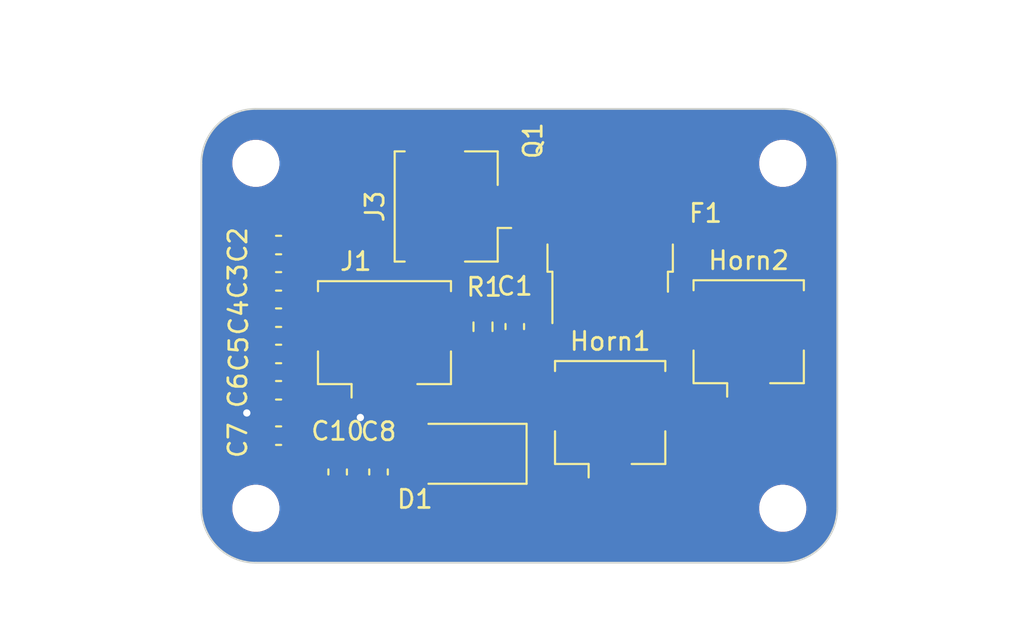
<source format=kicad_pcb>
(kicad_pcb (version 20240108) (generator "pcbnew") (generator_version "8.0")
  (title_block (title "OnboardingHornsBoard") (date "2025-09-18") (rev "1.0"))
  (layers (0 "F.Cu" signal) (31 "B.Cu" signal) (34 "B.Paste" user) (35 "F.Paste" user) (36 "B.SilkS" user "B.Silkscreen") (37 "F.SilkS" user "F.Silkscreen") (38 "B.Mask" user) (39 "F.Mask" user) (44 "Edge.Cuts" user))
  (net 0 "")
  (net 1 "Net-(J3-Pin_2)")
  (net 2 "GND")
  (net 3 "+24V")
  (net 4 "Net-(D1-K)")
  (net 5 "Net-(Horn2-Pin_2)")
  (net 6 "Net-(Q1-S)")
  (net 7 "Net-(Horn1-Pin_2)")
  (net 8 "/Horn Control")
  (footprint "Connector_Molex:Molex_CLIK-Mate_502382-0270_1x02-1MP_P1.25mm_Vertical" (layer "F.Cu") (at 145.25 78.875 90)
    (property "Reference" "J3" (at 0 -4.7 90) (layer "F.SilkS"))
    (property "Value" "Conn_01x02")
    (fp_line (start 3.035 -3.61) (end 3.035 -3.06) (stroke (width 0.12)) (layer "F.SilkS"))
    (fp_line (start -3.035 -3.61) (end 3.035 -3.61) (stroke (width 0.12)) (layer "F.SilkS"))
    (fp_line (start -3.035 -3.06) (end -3.035 -3.61) (stroke (width 0.12)) (layer "F.SilkS"))
    (fp_line (start 3.035 0.26) (end 3.035 2.06) (stroke (width 0.12)) (layer "F.SilkS"))
    (fp_line (start -3.035 0.26) (end -3.035 2.06) (stroke (width 0.12)) (layer "F.SilkS"))
    (fp_line (start 3.035 2.06) (end 1.185 2.06) (stroke (width 0.12)) (layer "F.SilkS"))
    (fp_line (start -1.185 2.06) (end -1.185 2.8) (stroke (width 0.12)) (layer "F.SilkS"))
    (fp_line (start -3.035 2.06) (end -1.185 2.06) (stroke (width 0.12)) (layer "F.SilkS"))
    (pad "1" smd roundrect (at -0.625 1.95 90) (size 0.6 1.7) (layers "F.Cu" "F.Paste" "F.Mask") (net 8 "/Horn Control"))
    (pad "2" smd roundrect (at 0.625 1.95 90) (size 0.6 1.7) (layers "F.Cu" "F.Paste" "F.Mask") (net 1 "Net-(J3-Pin_2)"))
    (pad "MP" smd roundrect (at -2.475 -1.4 90) (size 1 2.8) (layers "F.Cu" "F.Paste" "F.Mask"))
    (pad "MP" smd roundrect (at 2.475 -1.4 90) (size 1 2.8) (layers "F.Cu" "F.Paste" "F.Mask"))
  )
  (footprint "MountingHole:MountingHole_2.1mm" (layer "F.Cu") (at 163 95.5)
    (property "Reference" "REF**" (hide yes))
    (property "Value" "MountingHole_2.1mm")
    (pad "" np_thru_hole circle (at 0 0) (size 2.1 2.1) (drill 2.1) (layers "*.Cu" "*.Mask"))
  )
  (footprint "MountingHole:MountingHole_2.1mm" (layer "F.Cu") (at 134 95.5)
    (property "Reference" "REF**" (hide yes))
    (property "Value" "MountingHole_2.1mm")
    (pad "" np_thru_hole circle (at 0 0) (size 2.1 2.1) (drill 2.1) (layers "*.Cu" "*.Mask"))
  )
  (footprint "layout:TO-252-2" (layer "F.Cu") (at 153.5 80 90)
    (property "Reference" "Q1" (at 4.75 -4.25 90) (layer "F.SilkS"))
    (property "Value" "Q_NMOS_DGS")
    (fp_line (start -0.97 -3.45) (end -2.47 -3.45) (stroke (width 0.12)) (layer "F.SilkS"))
    (fp_line (start -2.47 -3.45) (end -2.47 -3.18) (stroke (width 0.12)) (layer "F.SilkS"))
    (fp_line (start -2.47 -3.18) (end -5.3 -3.18) (stroke (width 0.12)) (layer "F.SilkS"))
    (fp_line (start -2.47 3.18) (end -3.57 3.18) (stroke (width 0.12)) (layer "F.SilkS"))
    (fp_line (start -0.97 3.45) (end -2.47 3.45) (stroke (width 0.12)) (layer "F.SilkS"))
    (fp_line (start -2.47 3.45) (end -2.47 3.18) (stroke (width 0.12)) (layer "F.SilkS"))
    (pad "1" smd rect (at -4.2 -2.28 90) (size 2.2 1.2) (layers "F.Cu" "F.Paste" "F.Mask") (net 2 "GND"))
    (pad "2" smd rect (at 2.1 0 90) (size 6.4 5.8) (layers "F.Cu" "F.Mask") (net 8 "/Horn Control"))
    (pad "3" smd rect (at -4.2 2.28 90) (size 2.2 1.2) (layers "F.Cu" "F.Paste" "F.Mask") (net 6 "Net-(Q1-S)"))
  )
  (footprint "Capacitor_SMD:C_0603_1608Metric" (layer "F.Cu") (at 135.25 85 180)
    (property "Reference" "C4" (at 2.1975 0.01 90) (layer "F.SilkS"))
    (property "Value" "0.1uF")
    (fp_line (start -0.14058 0.51) (end 0.14058 0.51) (stroke (width 0.12)) (layer "F.SilkS"))
    (fp_line (start -0.14058 -0.51) (end 0.14058 -0.51) (stroke (width 0.12)) (layer "F.SilkS"))
    (pad "1" smd roundrect (at -0.775 0 180) (size 0.9 0.95) (layers "F.Cu" "F.Paste" "F.Mask") (net 3 "+24V"))
    (pad "2" smd roundrect (at 0.775 0 180) (size 0.9 0.95) (layers "F.Cu" "F.Paste" "F.Mask") (net 2 "GND"))
  )
  (footprint "Capacitor_SMD:C_0603_1608Metric" (layer "F.Cu") (at 140.75 93.5 -90)
    (property "Reference" "C8" (at -2.225 0 0) (layer "F.SilkS"))
    (property "Value" "10uF")
    (fp_line (start -0.14058 0.51) (end 0.14058 0.51) (stroke (width 0.12)) (layer "F.SilkS"))
    (fp_line (start -0.14058 -0.51) (end 0.14058 -0.51) (stroke (width 0.12)) (layer "F.SilkS"))
    (pad "1" smd roundrect (at -0.775 0 270) (size 0.9 0.95) (layers "F.Cu" "F.Paste" "F.Mask") (net 3 "+24V"))
    (pad "2" smd roundrect (at 0.775 0 270) (size 0.9 0.95) (layers "F.Cu" "F.Paste" "F.Mask") (net 2 "GND"))
  )
  (footprint "Connector_Molex:Molex_CLIK-Mate_502382-0370_1x03-1MP_P1.25mm_Vertical" (layer "F.Cu") (at 141.0775 86.6)
    (property "Reference" "J1" (at -1.5775 -4.7 0) (layer "F.SilkS"))
    (property "Value" "Conn_01x03")
    (fp_line (start -3.66 -3.61) (end 3.66 -3.61) (stroke (width 0.12)) (layer "F.SilkS"))
    (fp_line (start -3.66 -3.06) (end -3.66 -3.61) (stroke (width 0.12)) (layer "F.SilkS"))
    (fp_line (start -3.66 0.26) (end -3.66 2.06) (stroke (width 0.12)) (layer "F.SilkS"))
    (fp_line (start -3.66 2.06) (end -1.81 2.06) (stroke (width 0.12)) (layer "F.SilkS"))
    (fp_line (start -1.81 2.06) (end -1.81 2.8) (stroke (width 0.12)) (layer "F.SilkS"))
    (fp_line (start 3.66 -3.61) (end 3.66 -3.06) (stroke (width 0.12)) (layer "F.SilkS"))
    (fp_line (start 3.66 0.26) (end 3.66 2.06) (stroke (width 0.12)) (layer "F.SilkS"))
    (fp_line (start 3.66 2.06) (end 1.81 2.06) (stroke (width 0.12)) (layer "F.SilkS"))
    (pad "1" smd roundrect (at -1.25 1.95) (size 0.6 1.7) (layers "F.Cu" "F.Paste" "F.Mask") (net 2 "GND"))
    (pad "2" smd roundrect (at 0 1.95) (size 0.6 1.7) (layers "F.Cu" "F.Paste" "F.Mask") (net 3 "+24V"))
    (pad "3" smd roundrect (at 1.25 1.95) (size 0.6 1.7) (layers "F.Cu" "F.Paste" "F.Mask") (net 2 "GND"))
    (pad "MP" smd roundrect (at -3.1 -1.4) (size 1 2.8) (layers "F.Cu" "F.Paste" "F.Mask"))
    (pad "MP" smd roundrect (at 3.1 -1.4) (size 1 2.8) (layers "F.Cu" "F.Paste" "F.Mask"))
  )
  (footprint "Capacitor_SMD:C_0603_1608Metric" (layer "F.Cu") (at 135.25 83 180)
    (property "Reference" "C3" (at 2.25 0 90) (layer "F.SilkS"))
    (property "Value" "0.1uF")
    (fp_line (start -0.14058 0.51) (end 0.14058 0.51) (stroke (width 0.12)) (layer "F.SilkS"))
    (fp_line (start -0.14058 -0.51) (end 0.14058 -0.51) (stroke (width 0.12)) (layer "F.SilkS"))
    (pad "1" smd roundrect (at -0.775 0 180) (size 0.9 0.95) (layers "F.Cu" "F.Paste" "F.Mask") (net 3 "+24V"))
    (pad "2" smd roundrect (at 0.775 0 180) (size 0.9 0.95) (layers "F.Cu" "F.Paste" "F.Mask") (net 2 "GND"))
  )
  (footprint "Connector_Molex:Molex_CLIK-Mate_502382-0270_1x02-1MP_P1.25mm_Vertical" (layer "F.Cu") (at 153.5 91)
    (property "Reference" "Horn1" (at 0 -4.7 0) (layer "F.SilkS"))
    (property "Value" "Conn_01x02")
    (fp_line (start -3.035 -3.61) (end 3.035 -3.61) (stroke (width 0.12)) (layer "F.SilkS"))
    (fp_line (start -3.035 -3.06) (end -3.035 -3.61) (stroke (width 0.12)) (layer "F.SilkS"))
    (fp_line (start -3.035 0.26) (end -3.035 2.06) (stroke (width 0.12)) (layer "F.SilkS"))
    (fp_line (start -3.035 2.06) (end -1.185 2.06) (stroke (width 0.12)) (layer "F.SilkS"))
    (fp_line (start -1.185 2.06) (end -1.185 2.8) (stroke (width 0.12)) (layer "F.SilkS"))
    (fp_line (start 3.035 -3.61) (end 3.035 -3.06) (stroke (width 0.12)) (layer "F.SilkS"))
    (fp_line (start 3.035 0.26) (end 3.035 2.06) (stroke (width 0.12)) (layer "F.SilkS"))
    (fp_line (start 3.035 2.06) (end 1.185 2.06) (stroke (width 0.12)) (layer "F.SilkS"))
    (pad "1" smd roundrect (at -0.625 1.95) (size 0.6 1.7) (layers "F.Cu" "F.Paste" "F.Mask") (net 4 "Net-(D1-K)"))
    (pad "2" smd roundrect (at 0.625 1.95) (size 0.6 1.7) (layers "F.Cu" "F.Paste" "F.Mask") (net 7 "Net-(Horn1-Pin_2)"))
    (pad "MP" smd roundrect (at -2.475 -1.4) (size 1 2.8) (layers "F.Cu" "F.Paste" "F.Mask"))
    (pad "MP" smd roundrect (at 2.475 -1.4) (size 1 2.8) (layers "F.Cu" "F.Paste" "F.Mask"))
  )
  (footprint "MountingHole:MountingHole_2.1mm" (layer "F.Cu") (at 163 76.5)
    (property "Reference" "REF**" (hide yes))
    (property "Value" "MountingHole_2.1mm")
    (pad "" np_thru_hole circle (at 0 0) (size 2.1 2.1) (drill 2.1) (layers "*.Cu" "*.Mask"))
  )
  (footprint "Capacitor_SMD:C_0603_1608Metric" (layer "F.Cu") (at 135.25 87 180)
    (property "Reference" "C5" (at 2.1975 0 90) (layer "F.SilkS"))
    (property "Value" "1uF")
    (fp_line (start -0.14058 0.51) (end 0.14058 0.51) (stroke (width 0.12)) (layer "F.SilkS"))
    (fp_line (start -0.14058 -0.51) (end 0.14058 -0.51) (stroke (width 0.12)) (layer "F.SilkS"))
    (pad "1" smd roundrect (at -0.775 0 180) (size 0.9 0.95) (layers "F.Cu" "F.Paste" "F.Mask") (net 3 "+24V"))
    (pad "2" smd roundrect (at 0.775 0 180) (size 0.9 0.95) (layers "F.Cu" "F.Paste" "F.Mask") (net 2 "GND"))
  )
  (footprint "Capacitor_SMD:C_0603_1608Metric" (layer "F.Cu") (at 138.5 93.5 -90)
    (property "Reference" "C10" (at -2.25 0 0) (layer "F.SilkS"))
    (property "Value" "100uF")
    (fp_line (start -0.14058 0.51) (end 0.14058 0.51) (stroke (width 0.12)) (layer "F.SilkS"))
    (fp_line (start -0.14058 -0.51) (end 0.14058 -0.51) (stroke (width 0.12)) (layer "F.SilkS"))
    (pad "1" smd roundrect (at -0.775 0 270) (size 0.9 0.95) (layers "F.Cu" "F.Paste" "F.Mask") (net 3 "+24V"))
    (pad "2" smd roundrect (at 0.775 0 270) (size 0.9 0.95) (layers "F.Cu" "F.Paste" "F.Mask") (net 2 "GND"))
  )
  (footprint "Capacitor_SMD:C_0603_1608Metric" (layer "F.Cu") (at 135.25 81 180)
    (property "Reference" "C2" (at 2.25 0 90) (layer "F.SilkS"))
    (property "Value" "0.1uF")
    (fp_line (start -0.14058 0.51) (end 0.14058 0.51) (stroke (width 0.12)) (layer "F.SilkS"))
    (fp_line (start -0.14058 -0.51) (end 0.14058 -0.51) (stroke (width 0.12)) (layer "F.SilkS"))
    (pad "1" smd roundrect (at -0.775 0 180) (size 0.9 0.95) (layers "F.Cu" "F.Paste" "F.Mask") (net 3 "+24V"))
    (pad "2" smd roundrect (at 0.775 0 180) (size 0.9 0.95) (layers "F.Cu" "F.Paste" "F.Mask") (net 2 "GND"))
  )
  (footprint "Resistor_SMD:R_0603_1608Metric" (layer "F.Cu") (at 146.5 85.5 -90)
    (property "Reference" "R1" (at -2.18 -0.07 0) (layer "F.SilkS"))
    (property "Value" "1k")
    (fp_line (start -0.237258 0.5225) (end 0.237258 0.5225) (stroke (width 0.12)) (layer "F.SilkS"))
    (fp_line (start -0.237258 -0.5225) (end 0.237258 -0.5225) (stroke (width 0.12)) (layer "F.SilkS"))
    (pad "1" smd roundrect (at -0.825 0 270) (size 0.8 0.95) (layers "F.Cu" "F.Paste" "F.Mask") (net 1 "Net-(J3-Pin_2)"))
    (pad "2" smd roundrect (at 0.825 0 270) (size 0.8 0.95) (layers "F.Cu" "F.Paste" "F.Mask") (net 2 "GND"))
  )
  (footprint "Capacitor_SMD:C_0603_1608Metric" (layer "F.Cu") (at 135.25 89 180)
    (property "Reference" "C6" (at 2.25 0 90) (layer "F.SilkS"))
    (property "Value" "1uF")
    (fp_line (start -0.14058 0.51) (end 0.14058 0.51) (stroke (width 0.12)) (layer "F.SilkS"))
    (fp_line (start -0.14058 -0.51) (end 0.14058 -0.51) (stroke (width 0.12)) (layer "F.SilkS"))
    (pad "1" smd roundrect (at -0.775 0 180) (size 0.9 0.95) (layers "F.Cu" "F.Paste" "F.Mask") (net 3 "+24V"))
    (pad "2" smd roundrect (at 0.775 0 180) (size 0.9 0.95) (layers "F.Cu" "F.Paste" "F.Mask") (net 2 "GND"))
  )
  (footprint "Capacitor_SMD:C_0603_1608Metric" (layer "F.Cu") (at 148.25 85.49 -90)
    (property "Reference" "C1" (at -2.225 0 180) (layer "F.SilkS"))
    (property "Value" "0.1uF")
    (fp_line (start -0.14058 0.51) (end 0.14058 0.51) (stroke (width 0.12)) (layer "F.SilkS"))
    (fp_line (start -0.14058 -0.51) (end 0.14058 -0.51) (stroke (width 0.12)) (layer "F.SilkS"))
    (pad "1" smd roundrect (at -0.775 0 270) (size 0.9 0.95) (layers "F.Cu" "F.Paste" "F.Mask") (net 1 "Net-(J3-Pin_2)"))
    (pad "2" smd roundrect (at 0.775 0 270) (size 0.9 0.95) (layers "F.Cu" "F.Paste" "F.Mask") (net 2 "GND"))
  )
  (footprint "MountingHole:MountingHole_2.1mm" (layer "F.Cu") (at 134 76.5)
    (property "Reference" "REF**" (hide yes))
    (property "Value" "MountingHole_2.1mm")
    (pad "" np_thru_hole circle (at 0 0) (size 2.1 2.1) (drill 2.1) (layers "*.Cu" "*.Mask"))
  )
  (footprint "Connector_Molex:Molex_CLIK-Mate_502382-0270_1x02-1MP_P1.25mm_Vertical" (layer "F.Cu") (at 161.125 86.55)
    (property "Reference" "Horn2" (at 0 -4.7 0) (layer "F.SilkS"))
    (property "Value" "Conn_01x02")
    (fp_line (start -3.035 -3.61) (end 3.035 -3.61) (stroke (width 0.12)) (layer "F.SilkS"))
    (fp_line (start -3.035 -3.06) (end -3.035 -3.61) (stroke (width 0.12)) (layer "F.SilkS"))
    (fp_line (start -3.035 0.26) (end -3.035 2.06) (stroke (width 0.12)) (layer "F.SilkS"))
    (fp_line (start -3.035 2.06) (end -1.185 2.06) (stroke (width 0.12)) (layer "F.SilkS"))
    (fp_line (start -1.185 2.06) (end -1.185 2.8) (stroke (width 0.12)) (layer "F.SilkS"))
    (fp_line (start 3.035 -3.61) (end 3.035 -3.06) (stroke (width 0.12)) (layer "F.SilkS"))
    (fp_line (start 3.035 0.26) (end 3.035 2.06) (stroke (width 0.12)) (layer "F.SilkS"))
    (fp_line (start 3.035 2.06) (end 1.185 2.06) (stroke (width 0.12)) (layer "F.SilkS"))
    (pad "1" smd roundrect (at -0.625 1.95) (size 0.6 1.7) (layers "F.Cu" "F.Paste" "F.Mask") (net 7 "Net-(Horn1-Pin_2)"))
    (pad "2" smd roundrect (at 0.625 1.95) (size 0.6 1.7) (layers "F.Cu" "F.Paste" "F.Mask") (net 5 "Net-(Horn2-Pin_2)"))
    (pad "MP" smd roundrect (at -2.475 -1.4) (size 1 2.8) (layers "F.Cu" "F.Paste" "F.Mask"))
    (pad "MP" smd roundrect (at 2.475 -1.4) (size 1 2.8) (layers "F.Cu" "F.Paste" "F.Mask"))
  )
  (footprint "Fuse:Fuse_0402_1005Metric" (layer "F.Cu") (at 158.765 80.5 180)
    (property "Reference" "F1" (at 0.015 1.25 0) (layer "F.SilkS"))
    (property "Value" "2A")
    (pad "1" smd roundrect (at -0.485 0 180) (size 0.59 0.64) (layers "F.Cu" "F.Paste" "F.Mask") (net 5 "Net-(Horn2-Pin_2)"))
    (pad "2" smd roundrect (at 0.485 0 180) (size 0.59 0.64) (layers "F.Cu" "F.Paste" "F.Mask") (net 6 "Net-(Q1-S)"))
  )
  (footprint "Diode_SMD:D_SMA" (layer "F.Cu") (at 145.5 92.5 180)
    (property "Reference" "D1" (at 2.75 -2.5 180) (layer "F.SilkS"))
    (property "Value" "US2DA")
    (fp_line (start -3.4 1.65) (end 2 1.65) (stroke (width 0.12)) (layer "F.SilkS"))
    (fp_line (start -3.4 -1.65) (end 2 -1.65) (stroke (width 0.12)) (layer "F.SilkS"))
    (fp_line (start -3.4 -1.65) (end -3.4 1.65) (stroke (width 0.12)) (layer "F.SilkS"))
    (pad "1" smd rect (at -2 0 180) (size 2.5 1.8) (layers "F.Cu" "F.Paste" "F.Mask") (net 4 "Net-(D1-K)"))
    (pad "2" smd rect (at 2 0 180) (size 2.5 1.8) (layers "F.Cu" "F.Paste" "F.Mask") (net 3 "+24V"))
  )
  (footprint "Capacitor_SMD:C_0603_1608Metric" (layer "F.Cu") (at 135.25 91.5 180)
    (property "Reference" "C7" (at 2.25 -0.25 90) (layer "F.SilkS"))
    (property "Value" "10uF")
    (fp_line (start -0.14058 0.51) (end 0.14058 0.51) (stroke (width 0.12)) (layer "F.SilkS"))
    (fp_line (start -0.14058 -0.51) (end 0.14058 -0.51) (stroke (width 0.12)) (layer "F.SilkS"))
    (pad "1" smd roundrect (at -0.775 0 180) (size 0.9 0.95) (layers "F.Cu" "F.Paste" "F.Mask") (net 3 "+24V"))
    (pad "2" smd roundrect (at 0.775 0 180) (size 0.9 0.95) (layers "F.Cu" "F.Paste" "F.Mask") (net 2 "GND"))
  )
  (gr_arc (start 131 76.5) (mid 131.87868 74.37868) (end 134 73.5) (stroke (width 0.1)) (layer "Edge.Cuts"))
  (gr_arc (start 163 73.5) (mid 165.12132 74.37868) (end 166 76.5) (stroke (width 0.1)) (layer "Edge.Cuts"))
  (gr_arc (start 134 98.5) (mid 131.87868 97.62132) (end 131 95.5) (stroke (width 0.1)) (layer "Edge.Cuts"))
  (gr_line (start 134 73.5) (end 163 73.5) (stroke (width 0.1)) (layer "Edge.Cuts"))
  (gr_line (start 131 95.5) (end 131 76.5) (stroke (width 0.1)) (layer "Edge.Cuts"))
  (gr_line (start 163 98.5) (end 134 98.5) (stroke (width 0.1)) (layer "Edge.Cuts"))
  (gr_arc (start 166 95.5) (mid 165.12132 97.62132) (end 163 98.5) (stroke (width 0.1)) (layer "Edge.Cuts"))
  (gr_line (start 166 76.5) (end 166 95.5) (stroke (width 0.1)) (layer "Edge.Cuts"))
  (segment (start 148.25 84.715) (end 146.54 84.715) (width 0.25) (layer "F.Cu") (net 1))
  (segment (start 146.5 84.675) (end 146.025 84.2) (width 0.25) (layer "F.Cu") (net 1))
  (segment (start 146.75 78.25) (end 147.2 78.25) (width 0.25) (layer "F.Cu") (net 1))
  (segment (start 146.025 78.975) (end 146.75 78.25) (width 0.25) (layer "F.Cu") (net 1))
  (segment (start 146.54 84.715) (end 146.5 84.675) (width 0.25) (layer "F.Cu") (net 1))
  (segment (start 146.025 84.2) (end 146.025 78.975) (width 0.25) (layer "F.Cu") (net 1))
  (segment (start 144.275 88.55) (end 142.3275 88.55) (width 0.25) (layer "F.Cu") (net 2))
  (segment (start 137.5 94.275) (end 134.475 91.25) (width 0.25) (layer "F.Cu") (net 2))
  (segment (start 151.22 84.2) (end 151.075 84.2) (width 0.25) (layer "F.Cu") (net 2))
  (segment (start 142.3275 88.274092) (end 141.303409 87.250001) (width 0.25) (layer "F.Cu") (net 2))
  (segment (start 148.29 86.325) (end 148.38 86.235) (width 0.25) (layer "F.Cu") (net 2))
  (segment (start 146.5 86.325) (end 144.275 88.55) (width 0.25) (layer "F.Cu") (net 2))
  (segment (start 139.8275 88.55) (end 139.8275 90.4225) (width 0.25) (layer "F.Cu") (net 2))
  (segment (start 134.475 89) (end 134.475 89.275) (width 0.25) (layer "F.Cu") (net 2))
  (segment (start 146.56 86.265) (end 146.5 86.325) (width 0.25) (layer "F.Cu") (net 2))
  (segment (start 148.25 86.265) (end 146.56 86.265) (width 0.25) (layer "F.Cu") (net 2))
  (segment (start 134.475 89.275) (end 133.5 90.25) (width 0.25) (layer "F.Cu") (net 2))
  (segment (start 138.5 94.275) (end 137.5 94.275) (width 0.25) (layer "F.Cu") (net 2))
  (segment (start 149.155 86.265) (end 151.22 84.2) (width 0.25) (layer "F.Cu") (net 2))
  (segment (start 140.199999 87.250001) (end 139.8275 87.6225) (width 0.25) (layer "F.Cu") (net 2))
  (segment (start 141.303409 87.250001) (end 140.199999 87.250001) (width 0.25) (layer "F.Cu") (net 2))
  (segment (start 140.75 94.275) (end 138.5 94.275) (width 0.25) (layer "F.Cu") (net 2))
  (segment (start 148.25 86.265) (end 149.155 86.265) (width 0.25) (layer "F.Cu") (net 2))
  (segment (start 139.8275 87.6225) (end 139.8275 88.55) (width 0.25) (layer "F.Cu") (net 2))
  (segment (start 139.8275 90.4225) (end 139.75 90.5) (width 0.25) (layer "F.Cu") (net 2))
  (segment (start 142.3275 88.55) (end 142.3275 88.274092) (width 0.25) (layer "F.Cu") (net 2))
  (segment (start 134.475 91.25) (end 134.475 89) (width 0.25) (layer "F.Cu") (net 2))
  (segment (start 134.475 89) (end 134.475 87) (width 0.25) (layer "F.Cu") (net 2))
  (segment (start 134.475 87) (end 134.475 81) (width 0.25) (layer "F.Cu") (net 2))
  (via (at 139.75 90.5) (size 0.8) (drill 0.4) (layers "F.Cu" "B.Cu") (net 2))
  (via (at 133.5 90.25) (size 0.8) (drill 0.4) (layers "F.Cu" "B.Cu") (net 2))
  (segment (start 141.0775 90.0775) (end 143.5 92.5) (width 0.25) (layer "F.Cu") (net 3))
  (segment (start 137.5 92.725) (end 136.025 91.25) (width 0.25) (layer "F.Cu") (net 3))
  (segment (start 140.75 90.75) (end 140.75 92.725) (width 0.25) (layer "F.Cu") (net 3))
  (segment (start 136.025 91.25) (end 136.025 89) (width 0.25) (layer "F.Cu") (net 3))
  (segment (start 136.025 89) (end 136.025 87) (width 0.25) (layer "F.Cu") (net 3))
  (segment (start 138.5 92.725) (end 140.75 92.725) (width 0.25) (layer "F.Cu") (net 3))
  (segment (start 141.0775 88.55) (end 141.0775 90.0775) (width 0.25) (layer "F.Cu") (net 3))
  (segment (start 141.0775 90.4225) (end 140.75 90.75) (width 0.25) (layer "F.Cu") (net 3))
  (segment (start 138.5 92.725) (end 137.5 92.725) (width 0.25) (layer "F.Cu") (net 3))
  (segment (start 141.0775 90.0775) (end 141.0775 90.4225) (width 0.25) (layer "F.Cu") (net 3))
  (segment (start 141.0775 88.55) (end 141.0775 87.700001) (width 0.25) (layer "F.Cu") (net 3))
  (segment (start 136.025 87) (end 136.025 81) (width 0.25) (layer "F.Cu") (net 3))
  (segment (start 152.425 92.5) (end 152.875 92.95) (width 0.25) (layer "F.Cu") (net 4))
  (segment (start 147.5 92.5) (end 152.425 92.5) (width 0.25) (layer "F.Cu") (net 4))
  (segment (start 161.75 88.5) (end 161.75 83) (width 0.25) (layer "F.Cu") (net 5))
  (segment (start 161.75 83) (end 159.25 80.5) (width 0.25) (layer "F.Cu") (net 5))
  (segment (start 158.28 80.5) (end 158.28 81.7) (width 0.25) (layer "F.Cu") (net 6))
  (segment (start 158.28 81.7) (end 155.78 84.2) (width 0.25) (layer "F.Cu") (net 6))
  (segment (start 156.05 92.95) (end 160.5 88.5) (width 0.25) (layer "F.Cu") (net 7))
  (segment (start 154.125 92.95) (end 156.05 92.95) (width 0.25) (layer "F.Cu") (net 7))
  (segment (start 151.9 79.5) (end 153.5 77.9) (width 0.25) (layer "F.Cu") (net 8))
  (segment (start 147.2 79.5) (end 151.9 79.5) (width 0.25) (layer "F.Cu") (net 8))
  (zone (net 3) (net_name "+24V") (layer "F.Cu") (connect_pads (clearance 0.508)) (min_thickness 0.25) (fill yes (thermal_gap 0.5) (thermal_bridge_width 0.5))
    (polygon (pts (xy 166 98.5) (xy 166 73.5) (xy 131 73.5) (xy 131 98.5)))
  )
  (zone (net 2) (net_name "GND") (layer "B.Cu") (priority 1) (connect_pads (clearance 0.508)) (min_thickness 0.25) (fill yes (thermal_gap 0.5) (thermal_bridge_width 0.5))
    (polygon (pts (xy 166 98.5) (xy 166 73.5) (xy 131 73.5) (xy 131 98.5)))
  )
)
</source>
